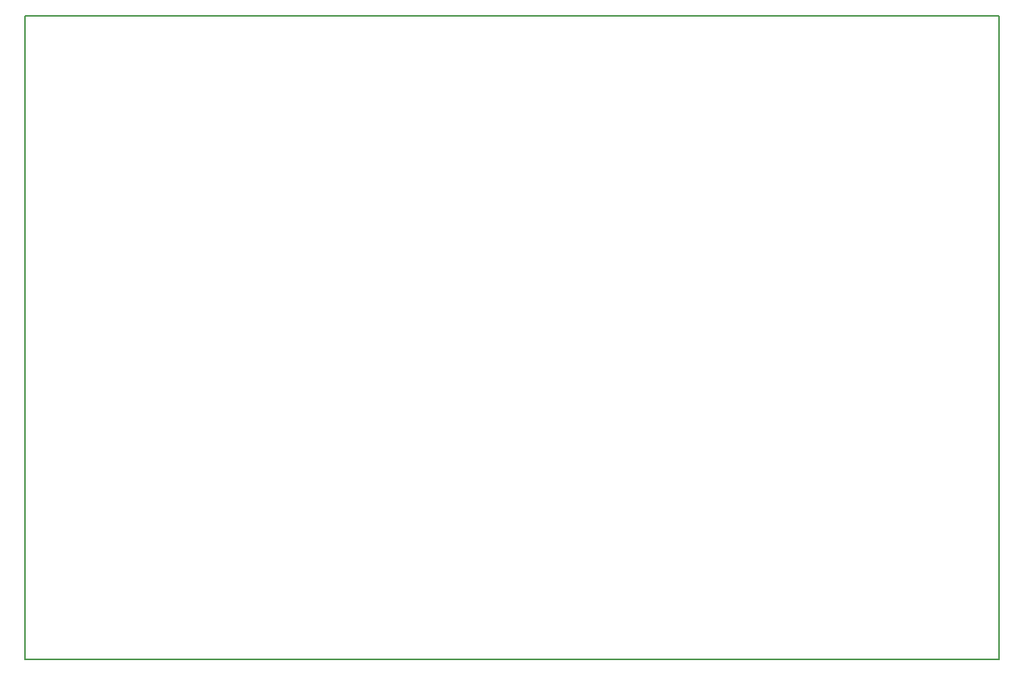
<source format=gbr>
%TF.GenerationSoftware,Novarm,DipTrace,3.3.0.1*%
%TF.CreationDate,2018-11-14T10:14:48-08:00*%
%FSLAX26Y26*%
%MOIN*%
%TF.FileFunction,Profile*%
%TF.Part,Single*%
%ADD11C,0.005512*%
G75*
G01*
%LPD*%
X393700Y3228346D2*
D11*
Y393700D1*
X4685039D1*
Y3228346D1*
X393700D1*
M02*

</source>
